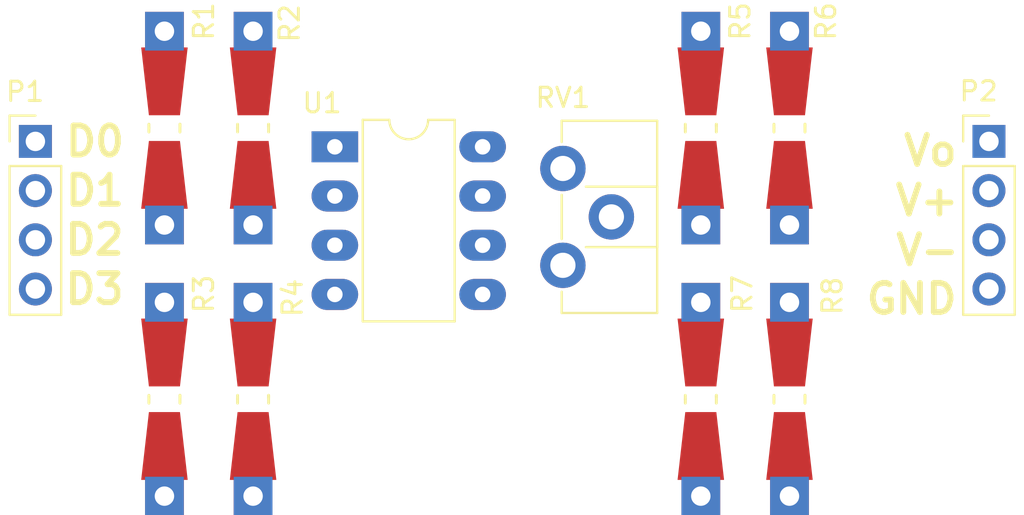
<source format=kicad_pcb>
(kicad_pcb (version 4) (host pcbnew 4.0.6)

  (general
    (links 37)
    (no_connects 37)
    (area 0 0 0 0)
    (thickness 1.6)
    (drawings 8)
    (tracks 0)
    (zones 0)
    (modules 12)
    (nets 14)
  )

  (page A4)
  (layers
    (0 F.Cu signal)
    (31 B.Cu signal)
    (32 B.Adhes user)
    (33 F.Adhes user)
    (34 B.Paste user)
    (35 F.Paste user)
    (36 B.SilkS user)
    (37 F.SilkS user)
    (38 B.Mask user)
    (39 F.Mask user)
    (40 Dwgs.User user)
    (41 Cmts.User user)
    (42 Eco1.User user)
    (43 Eco2.User user)
    (44 Edge.Cuts user)
    (45 Margin user)
    (46 B.CrtYd user)
    (47 F.CrtYd user)
    (48 B.Fab user)
    (49 F.Fab user)
  )

  (setup
    (last_trace_width 0.25)
    (trace_clearance 0.2)
    (zone_clearance 0.508)
    (zone_45_only no)
    (trace_min 0.2)
    (segment_width 0.2)
    (edge_width 0.1)
    (via_size 0.6)
    (via_drill 0.4)
    (via_min_size 0.4)
    (via_min_drill 0.3)
    (uvia_size 0.3)
    (uvia_drill 0.1)
    (uvias_allowed no)
    (uvia_min_size 0.2)
    (uvia_min_drill 0.1)
    (pcb_text_width 0.3)
    (pcb_text_size 1.5 1.5)
    (mod_edge_width 0.15)
    (mod_text_size 1 1)
    (mod_text_width 0.15)
    (pad_size 1.5 1.5)
    (pad_drill 0.6)
    (pad_to_mask_clearance 0)
    (aux_axis_origin 0 0)
    (visible_elements FFFFFF7F)
    (pcbplotparams
      (layerselection 0x00030_80000001)
      (usegerberextensions false)
      (excludeedgelayer true)
      (linewidth 0.100000)
      (plotframeref false)
      (viasonmask false)
      (mode 1)
      (useauxorigin false)
      (hpglpennumber 1)
      (hpglpenspeed 20)
      (hpglpendiameter 15)
      (hpglpenoverlay 2)
      (psnegative false)
      (psa4output false)
      (plotreference true)
      (plotvalue true)
      (plotinvisibletext false)
      (padsonsilk false)
      (subtractmaskfromsilk false)
      (outputformat 1)
      (mirror false)
      (drillshape 1)
      (scaleselection 1)
      (outputdirectory ""))
  )

  (net 0 "")
  (net 1 "Net-(P1-Pad1)")
  (net 2 "Net-(P1-Pad2)")
  (net 3 "Net-(P1-Pad3)")
  (net 4 "Net-(P1-Pad4)")
  (net 5 Vo)
  (net 6 V+)
  (net 7 V-)
  (net 8 Earth)
  (net 9 "Net-(R1-Pad1)")
  (net 10 "Net-(R2-Pad1)")
  (net 11 "Net-(RV1-Pad3)")
  (net 12 "Net-(RV1-Pad2)")
  (net 13 "Net-(RV1-Pad1)")

  (net_class Default "This is the default net class."
    (clearance 0.2)
    (trace_width 0.25)
    (via_dia 0.6)
    (via_drill 0.4)
    (uvia_dia 0.3)
    (uvia_drill 0.1)
    (add_net Earth)
    (add_net "Net-(P1-Pad1)")
    (add_net "Net-(P1-Pad2)")
    (add_net "Net-(P1-Pad3)")
    (add_net "Net-(P1-Pad4)")
    (add_net "Net-(R1-Pad1)")
    (add_net "Net-(R2-Pad1)")
    (add_net "Net-(RV1-Pad1)")
    (add_net "Net-(RV1-Pad2)")
    (add_net "Net-(RV1-Pad3)")
    (add_net V+)
    (add_net V-)
    (add_net Vo)
  )

  (module Pin_Headers:Pin_Header_Straight_1x04_Pitch2.54mm (layer F.Cu) (tedit 59659013) (tstamp 59658E1B)
    (at 109.5248 102.616)
    (descr "Through hole straight pin header, 1x04, 2.54mm pitch, single row")
    (tags "Through hole pin header THT 1x04 2.54mm single row")
    (path /5850C311)
    (fp_text reference P1 (at -0.5334 -2.5654) (layer F.SilkS)
      (effects (font (size 1 1) (thickness 0.15)))
    )
    (fp_text value CONN_01X04 (at 0 9.95) (layer F.Fab) hide
      (effects (font (size 1 1) (thickness 0.15)))
    )
    (fp_line (start -0.635 -1.27) (end 1.27 -1.27) (layer F.Fab) (width 0.1))
    (fp_line (start 1.27 -1.27) (end 1.27 8.89) (layer F.Fab) (width 0.1))
    (fp_line (start 1.27 8.89) (end -1.27 8.89) (layer F.Fab) (width 0.1))
    (fp_line (start -1.27 8.89) (end -1.27 -0.635) (layer F.Fab) (width 0.1))
    (fp_line (start -1.27 -0.635) (end -0.635 -1.27) (layer F.Fab) (width 0.1))
    (fp_line (start -1.33 8.95) (end 1.33 8.95) (layer F.SilkS) (width 0.12))
    (fp_line (start -1.33 1.27) (end -1.33 8.95) (layer F.SilkS) (width 0.12))
    (fp_line (start 1.33 1.27) (end 1.33 8.95) (layer F.SilkS) (width 0.12))
    (fp_line (start -1.33 1.27) (end 1.33 1.27) (layer F.SilkS) (width 0.12))
    (fp_line (start -1.33 0) (end -1.33 -1.33) (layer F.SilkS) (width 0.12))
    (fp_line (start -1.33 -1.33) (end 0 -1.33) (layer F.SilkS) (width 0.12))
    (fp_line (start -1.8 -1.8) (end -1.8 9.4) (layer F.CrtYd) (width 0.05))
    (fp_line (start -1.8 9.4) (end 1.8 9.4) (layer F.CrtYd) (width 0.05))
    (fp_line (start 1.8 9.4) (end 1.8 -1.8) (layer F.CrtYd) (width 0.05))
    (fp_line (start 1.8 -1.8) (end -1.8 -1.8) (layer F.CrtYd) (width 0.05))
    (fp_text user %R (at 0 3.81 90) (layer F.Fab)
      (effects (font (size 1 1) (thickness 0.15)))
    )
    (pad 1 thru_hole rect (at 0 0) (size 1.7 1.7) (drill 1) (layers *.Cu *.Mask)
      (net 1 "Net-(P1-Pad1)"))
    (pad 2 thru_hole oval (at 0 2.54) (size 1.7 1.7) (drill 1) (layers *.Cu *.Mask)
      (net 2 "Net-(P1-Pad2)"))
    (pad 3 thru_hole oval (at 0 5.08) (size 1.7 1.7) (drill 1) (layers *.Cu *.Mask)
      (net 3 "Net-(P1-Pad3)"))
    (pad 4 thru_hole oval (at 0 7.62) (size 1.7 1.7) (drill 1) (layers *.Cu *.Mask)
      (net 4 "Net-(P1-Pad4)"))
    (model ${KISYS3DMOD}/Pin_Headers.3dshapes/Pin_Header_Straight_1x04_Pitch2.54mm.wrl
      (at (xyz 0 0 0))
      (scale (xyz 1 1 1))
      (rotate (xyz 0 0 0))
    )
  )

  (module Pin_Headers:Pin_Header_Straight_1x04_Pitch2.54mm (layer F.Cu) (tedit 59659016) (tstamp 59658E23)
    (at 158.6992 102.616)
    (descr "Through hole straight pin header, 1x04, 2.54mm pitch, single row")
    (tags "Through hole pin header THT 1x04 2.54mm single row")
    (path /59658F33)
    (fp_text reference P2 (at -0.5334 -2.5908) (layer F.SilkS)
      (effects (font (size 1 1) (thickness 0.15)))
    )
    (fp_text value CONN_01X04 (at 2.8448 10.5664) (layer F.Fab) hide
      (effects (font (size 1 1) (thickness 0.15)))
    )
    (fp_line (start -0.635 -1.27) (end 1.27 -1.27) (layer F.Fab) (width 0.1))
    (fp_line (start 1.27 -1.27) (end 1.27 8.89) (layer F.Fab) (width 0.1))
    (fp_line (start 1.27 8.89) (end -1.27 8.89) (layer F.Fab) (width 0.1))
    (fp_line (start -1.27 8.89) (end -1.27 -0.635) (layer F.Fab) (width 0.1))
    (fp_line (start -1.27 -0.635) (end -0.635 -1.27) (layer F.Fab) (width 0.1))
    (fp_line (start -1.33 8.95) (end 1.33 8.95) (layer F.SilkS) (width 0.12))
    (fp_line (start -1.33 1.27) (end -1.33 8.95) (layer F.SilkS) (width 0.12))
    (fp_line (start 1.33 1.27) (end 1.33 8.95) (layer F.SilkS) (width 0.12))
    (fp_line (start -1.33 1.27) (end 1.33 1.27) (layer F.SilkS) (width 0.12))
    (fp_line (start -1.33 0) (end -1.33 -1.33) (layer F.SilkS) (width 0.12))
    (fp_line (start -1.33 -1.33) (end 0 -1.33) (layer F.SilkS) (width 0.12))
    (fp_line (start -1.8 -1.8) (end -1.8 9.4) (layer F.CrtYd) (width 0.05))
    (fp_line (start -1.8 9.4) (end 1.8 9.4) (layer F.CrtYd) (width 0.05))
    (fp_line (start 1.8 9.4) (end 1.8 -1.8) (layer F.CrtYd) (width 0.05))
    (fp_line (start 1.8 -1.8) (end -1.8 -1.8) (layer F.CrtYd) (width 0.05))
    (fp_text user %R (at 0 3.81 90) (layer F.Fab)
      (effects (font (size 1 1) (thickness 0.15)))
    )
    (pad 1 thru_hole rect (at 0 0) (size 1.7 1.7) (drill 1) (layers *.Cu *.Mask)
      (net 5 Vo))
    (pad 2 thru_hole oval (at 0 2.54) (size 1.7 1.7) (drill 1) (layers *.Cu *.Mask)
      (net 6 V+))
    (pad 3 thru_hole oval (at 0 5.08) (size 1.7 1.7) (drill 1) (layers *.Cu *.Mask)
      (net 7 V-))
    (pad 4 thru_hole oval (at 0 7.62) (size 1.7 1.7) (drill 1) (layers *.Cu *.Mask)
      (net 8 Earth))
    (model ${KISYS3DMOD}/Pin_Headers.3dshapes/Pin_Header_Straight_1x04_Pitch2.54mm.wrl
      (at (xyz 0 0 0))
      (scale (xyz 1 1 1))
      (rotate (xyz 0 0 0))
    )
  )

  (module Resistors_Universal:Resistor_SMD+THTuniversal_0805to1206_RM10_HandSoldering (layer F.Cu) (tedit 59658FF6) (tstamp 59658E2B)
    (at 116.1796 101.9302 270)
    (descr "Resistor, SMD and THT, universal, 0805 to 1206,RM10,  Hand soldering,")
    (tags "Resistor, SMD and THT, universal, 0805 to 1206, RM10, Hand soldering,")
    (path /59658C65)
    (fp_text reference R1 (at -5.5118 -2.032 270) (layer F.SilkS)
      (effects (font (size 1 1) (thickness 0.15)))
    )
    (fp_text value 20k (at -0.39878 4.20116 270) (layer F.Fab) hide
      (effects (font (size 1 1) (thickness 0.15)))
    )
    (fp_line (start 0 0.8001) (end 0.20066 0.8001) (layer F.SilkS) (width 0.15))
    (fp_line (start 0 0.8001) (end -0.20066 0.8001) (layer F.SilkS) (width 0.15))
    (fp_line (start -0.09906 -0.8001) (end -0.20066 -0.8001) (layer F.SilkS) (width 0.15))
    (fp_line (start -0.20066 -0.8001) (end 0.20066 -0.8001) (layer F.SilkS) (width 0.15))
    (pad 1 smd trapezoid (at -2.413 0 270) (size 3.50012 1.99898) (rect_delta 0.39878 0 ) (layers F.Cu F.Paste F.Mask)
      (net 9 "Net-(R1-Pad1)"))
    (pad 2 smd trapezoid (at 2.413 0 90) (size 3.50012 1.99898) (rect_delta 0.39878 0 ) (layers F.Cu F.Paste F.Mask)
      (net 1 "Net-(P1-Pad1)"))
    (pad 1 thru_hole rect (at -5.00126 0 90) (size 1.99898 1.99898) (drill 1.00076) (layers *.Cu *.Mask)
      (net 9 "Net-(R1-Pad1)"))
    (pad 2 thru_hole rect (at 5.00126 0 90) (size 1.99898 1.99898) (drill 1.00076) (layers *.Cu *.Mask)
      (net 1 "Net-(P1-Pad1)"))
  )

  (module Resistors_Universal:Resistor_SMD+THTuniversal_0805to1206_RM10_HandSoldering (layer F.Cu) (tedit 59658FFC) (tstamp 59658E33)
    (at 120.7516 101.9302 270)
    (descr "Resistor, SMD and THT, universal, 0805 to 1206,RM10,  Hand soldering,")
    (tags "Resistor, SMD and THT, universal, 0805 to 1206, RM10, Hand soldering,")
    (path /59658A26)
    (fp_text reference R2 (at -5.4102 -1.8796 270) (layer F.SilkS)
      (effects (font (size 1 1) (thickness 0.15)))
    )
    (fp_text value 10k (at -0.39878 4.20116 270) (layer F.Fab) hide
      (effects (font (size 1 1) (thickness 0.15)))
    )
    (fp_line (start 0 0.8001) (end 0.20066 0.8001) (layer F.SilkS) (width 0.15))
    (fp_line (start 0 0.8001) (end -0.20066 0.8001) (layer F.SilkS) (width 0.15))
    (fp_line (start -0.09906 -0.8001) (end -0.20066 -0.8001) (layer F.SilkS) (width 0.15))
    (fp_line (start -0.20066 -0.8001) (end 0.20066 -0.8001) (layer F.SilkS) (width 0.15))
    (pad 1 smd trapezoid (at -2.413 0 270) (size 3.50012 1.99898) (rect_delta 0.39878 0 ) (layers F.Cu F.Paste F.Mask)
      (net 10 "Net-(R2-Pad1)"))
    (pad 2 smd trapezoid (at 2.413 0 90) (size 3.50012 1.99898) (rect_delta 0.39878 0 ) (layers F.Cu F.Paste F.Mask)
      (net 4 "Net-(P1-Pad4)"))
    (pad 1 thru_hole rect (at -5.00126 0 90) (size 1.99898 1.99898) (drill 1.00076) (layers *.Cu *.Mask)
      (net 10 "Net-(R2-Pad1)"))
    (pad 2 thru_hole rect (at 5.00126 0 90) (size 1.99898 1.99898) (drill 1.00076) (layers *.Cu *.Mask)
      (net 4 "Net-(P1-Pad4)"))
  )

  (module Resistors_Universal:Resistor_SMD+THTuniversal_0805to1206_RM10_HandSoldering (layer F.Cu) (tedit 59658FFA) (tstamp 59658E3B)
    (at 116.1796 115.9256 270)
    (descr "Resistor, SMD and THT, universal, 0805 to 1206,RM10,  Hand soldering,")
    (tags "Resistor, SMD and THT, universal, 0805 to 1206, RM10, Hand soldering,")
    (path /5850C20E)
    (fp_text reference R3 (at -5.4356 -2.032 270) (layer F.SilkS)
      (effects (font (size 1 1) (thickness 0.15)))
    )
    (fp_text value 10k (at -0.39878 4.20116 270) (layer F.Fab) hide
      (effects (font (size 1 1) (thickness 0.15)))
    )
    (fp_line (start 0 0.8001) (end 0.20066 0.8001) (layer F.SilkS) (width 0.15))
    (fp_line (start 0 0.8001) (end -0.20066 0.8001) (layer F.SilkS) (width 0.15))
    (fp_line (start -0.09906 -0.8001) (end -0.20066 -0.8001) (layer F.SilkS) (width 0.15))
    (fp_line (start -0.20066 -0.8001) (end 0.20066 -0.8001) (layer F.SilkS) (width 0.15))
    (pad 1 smd trapezoid (at -2.413 0 270) (size 3.50012 1.99898) (rect_delta 0.39878 0 ) (layers F.Cu F.Paste F.Mask)
      (net 10 "Net-(R2-Pad1)"))
    (pad 2 smd trapezoid (at 2.413 0 90) (size 3.50012 1.99898) (rect_delta 0.39878 0 ) (layers F.Cu F.Paste F.Mask)
      (net 4 "Net-(P1-Pad4)"))
    (pad 1 thru_hole rect (at -5.00126 0 90) (size 1.99898 1.99898) (drill 1.00076) (layers *.Cu *.Mask)
      (net 10 "Net-(R2-Pad1)"))
    (pad 2 thru_hole rect (at 5.00126 0 90) (size 1.99898 1.99898) (drill 1.00076) (layers *.Cu *.Mask)
      (net 4 "Net-(P1-Pad4)"))
  )

  (module Resistors_Universal:Resistor_SMD+THTuniversal_0805to1206_RM10_HandSoldering (layer F.Cu) (tedit 59659000) (tstamp 59658E43)
    (at 120.7516 115.9256 270)
    (descr "Resistor, SMD and THT, universal, 0805 to 1206,RM10,  Hand soldering,")
    (tags "Resistor, SMD and THT, universal, 0805 to 1206, RM10, Hand soldering,")
    (path /59658B15)
    (fp_text reference R4 (at -5.2324 -2.032 270) (layer F.SilkS)
      (effects (font (size 1 1) (thickness 0.15)))
    )
    (fp_text value 10k (at -0.39878 4.20116 270) (layer F.Fab) hide
      (effects (font (size 1 1) (thickness 0.15)))
    )
    (fp_line (start 0 0.8001) (end 0.20066 0.8001) (layer F.SilkS) (width 0.15))
    (fp_line (start 0 0.8001) (end -0.20066 0.8001) (layer F.SilkS) (width 0.15))
    (fp_line (start -0.09906 -0.8001) (end -0.20066 -0.8001) (layer F.SilkS) (width 0.15))
    (fp_line (start -0.20066 -0.8001) (end 0.20066 -0.8001) (layer F.SilkS) (width 0.15))
    (pad 1 smd trapezoid (at -2.413 0 270) (size 3.50012 1.99898) (rect_delta 0.39878 0 ) (layers F.Cu F.Paste F.Mask)
      (net 10 "Net-(R2-Pad1)"))
    (pad 2 smd trapezoid (at 2.413 0 90) (size 3.50012 1.99898) (rect_delta 0.39878 0 ) (layers F.Cu F.Paste F.Mask)
      (net 3 "Net-(P1-Pad3)"))
    (pad 1 thru_hole rect (at -5.00126 0 90) (size 1.99898 1.99898) (drill 1.00076) (layers *.Cu *.Mask)
      (net 10 "Net-(R2-Pad1)"))
    (pad 2 thru_hole rect (at 5.00126 0 90) (size 1.99898 1.99898) (drill 1.00076) (layers *.Cu *.Mask)
      (net 3 "Net-(P1-Pad3)"))
  )

  (module Resistors_Universal:Resistor_SMD+THTuniversal_0805to1206_RM10_HandSoldering (layer F.Cu) (tedit 59659003) (tstamp 59658E4B)
    (at 143.8402 101.9302 270)
    (descr "Resistor, SMD and THT, universal, 0805 to 1206,RM10,  Hand soldering,")
    (tags "Resistor, SMD and THT, universal, 0805 to 1206, RM10, Hand soldering,")
    (path /5850C24B)
    (fp_text reference R5 (at -5.5118 -2.032 270) (layer F.SilkS)
      (effects (font (size 1 1) (thickness 0.15)))
    )
    (fp_text value 20k (at -0.39878 4.20116 270) (layer F.Fab) hide
      (effects (font (size 1 1) (thickness 0.15)))
    )
    (fp_line (start 0 0.8001) (end 0.20066 0.8001) (layer F.SilkS) (width 0.15))
    (fp_line (start 0 0.8001) (end -0.20066 0.8001) (layer F.SilkS) (width 0.15))
    (fp_line (start -0.09906 -0.8001) (end -0.20066 -0.8001) (layer F.SilkS) (width 0.15))
    (fp_line (start -0.20066 -0.8001) (end 0.20066 -0.8001) (layer F.SilkS) (width 0.15))
    (pad 1 smd trapezoid (at -2.413 0 270) (size 3.50012 1.99898) (rect_delta 0.39878 0 ) (layers F.Cu F.Paste F.Mask)
      (net 10 "Net-(R2-Pad1)"))
    (pad 2 smd trapezoid (at 2.413 0 90) (size 3.50012 1.99898) (rect_delta 0.39878 0 ) (layers F.Cu F.Paste F.Mask)
      (net 2 "Net-(P1-Pad2)"))
    (pad 1 thru_hole rect (at -5.00126 0 90) (size 1.99898 1.99898) (drill 1.00076) (layers *.Cu *.Mask)
      (net 10 "Net-(R2-Pad1)"))
    (pad 2 thru_hole rect (at 5.00126 0 90) (size 1.99898 1.99898) (drill 1.00076) (layers *.Cu *.Mask)
      (net 2 "Net-(P1-Pad2)"))
  )

  (module Resistors_Universal:Resistor_SMD+THTuniversal_0805to1206_RM10_HandSoldering (layer F.Cu) (tedit 59658FDA) (tstamp 59658E53)
    (at 148.4122 101.9302 270)
    (descr "Resistor, SMD and THT, universal, 0805 to 1206,RM10,  Hand soldering,")
    (tags "Resistor, SMD and THT, universal, 0805 to 1206, RM10, Hand soldering,")
    (path /59658B4F)
    (fp_text reference R6 (at -5.5118 -1.8796 270) (layer F.SilkS)
      (effects (font (size 1 1) (thickness 0.15)))
    )
    (fp_text value 20k (at -0.39878 4.20116 270) (layer F.Fab) hide
      (effects (font (size 1 1) (thickness 0.15)))
    )
    (fp_line (start 0 0.8001) (end 0.20066 0.8001) (layer F.SilkS) (width 0.15))
    (fp_line (start 0 0.8001) (end -0.20066 0.8001) (layer F.SilkS) (width 0.15))
    (fp_line (start -0.09906 -0.8001) (end -0.20066 -0.8001) (layer F.SilkS) (width 0.15))
    (fp_line (start -0.20066 -0.8001) (end 0.20066 -0.8001) (layer F.SilkS) (width 0.15))
    (pad 1 smd trapezoid (at -2.413 0 270) (size 3.50012 1.99898) (rect_delta 0.39878 0 ) (layers F.Cu F.Paste F.Mask)
      (net 10 "Net-(R2-Pad1)"))
    (pad 2 smd trapezoid (at 2.413 0 90) (size 3.50012 1.99898) (rect_delta 0.39878 0 ) (layers F.Cu F.Paste F.Mask)
      (net 9 "Net-(R1-Pad1)"))
    (pad 1 thru_hole rect (at -5.00126 0 90) (size 1.99898 1.99898) (drill 1.00076) (layers *.Cu *.Mask)
      (net 10 "Net-(R2-Pad1)"))
    (pad 2 thru_hole rect (at 5.00126 0 90) (size 1.99898 1.99898) (drill 1.00076) (layers *.Cu *.Mask)
      (net 9 "Net-(R1-Pad1)"))
  )

  (module Resistors_Universal:Resistor_SMD+THTuniversal_0805to1206_RM10_HandSoldering (layer F.Cu) (tedit 59659007) (tstamp 59658E5B)
    (at 143.8402 115.9256 270)
    (descr "Resistor, SMD and THT, universal, 0805 to 1206,RM10,  Hand soldering,")
    (tags "Resistor, SMD and THT, universal, 0805 to 1206, RM10, Hand soldering,")
    (path /59658983)
    (fp_text reference R7 (at -5.4356 -2.1336 270) (layer F.SilkS)
      (effects (font (size 1 1) (thickness 0.15)))
    )
    (fp_text value 16k (at -0.39878 4.20116 270) (layer F.Fab) hide
      (effects (font (size 1 1) (thickness 0.15)))
    )
    (fp_line (start 0 0.8001) (end 0.20066 0.8001) (layer F.SilkS) (width 0.15))
    (fp_line (start 0 0.8001) (end -0.20066 0.8001) (layer F.SilkS) (width 0.15))
    (fp_line (start -0.09906 -0.8001) (end -0.20066 -0.8001) (layer F.SilkS) (width 0.15))
    (fp_line (start -0.20066 -0.8001) (end 0.20066 -0.8001) (layer F.SilkS) (width 0.15))
    (pad 1 smd trapezoid (at -2.413 0 270) (size 3.50012 1.99898) (rect_delta 0.39878 0 ) (layers F.Cu F.Paste F.Mask)
      (net 5 Vo))
    (pad 2 smd trapezoid (at 2.413 0 90) (size 3.50012 1.99898) (rect_delta 0.39878 0 ) (layers F.Cu F.Paste F.Mask)
      (net 10 "Net-(R2-Pad1)"))
    (pad 1 thru_hole rect (at -5.00126 0 90) (size 1.99898 1.99898) (drill 1.00076) (layers *.Cu *.Mask)
      (net 5 Vo))
    (pad 2 thru_hole rect (at 5.00126 0 90) (size 1.99898 1.99898) (drill 1.00076) (layers *.Cu *.Mask)
      (net 10 "Net-(R2-Pad1)"))
  )

  (module Resistors_Universal:Resistor_SMD+THTuniversal_0805to1206_RM10_HandSoldering (layer F.Cu) (tedit 59658FB5) (tstamp 59658E63)
    (at 148.4122 115.9256 270)
    (descr "Resistor, SMD and THT, universal, 0805 to 1206,RM10,  Hand soldering,")
    (tags "Resistor, SMD and THT, universal, 0805 to 1206, RM10, Hand soldering,")
    (path /5850C1D3)
    (fp_text reference R8 (at -5.334 -2.2098 270) (layer F.SilkS)
      (effects (font (size 1 1) (thickness 0.15)))
    )
    (fp_text value 16k (at -3.1242 2.4892 270) (layer F.Fab) hide
      (effects (font (size 1 1) (thickness 0.15)))
    )
    (fp_line (start 0 0.8001) (end 0.20066 0.8001) (layer F.SilkS) (width 0.15))
    (fp_line (start 0 0.8001) (end -0.20066 0.8001) (layer F.SilkS) (width 0.15))
    (fp_line (start -0.09906 -0.8001) (end -0.20066 -0.8001) (layer F.SilkS) (width 0.15))
    (fp_line (start -0.20066 -0.8001) (end 0.20066 -0.8001) (layer F.SilkS) (width 0.15))
    (pad 1 smd trapezoid (at -2.413 0 270) (size 3.50012 1.99898) (rect_delta 0.39878 0 ) (layers F.Cu F.Paste F.Mask)
      (net 5 Vo))
    (pad 2 smd trapezoid (at 2.413 0 90) (size 3.50012 1.99898) (rect_delta 0.39878 0 ) (layers F.Cu F.Paste F.Mask)
      (net 10 "Net-(R2-Pad1)"))
    (pad 1 thru_hole rect (at -5.00126 0 90) (size 1.99898 1.99898) (drill 1.00076) (layers *.Cu *.Mask)
      (net 5 Vo))
    (pad 2 thru_hole rect (at 5.00126 0 90) (size 1.99898 1.99898) (drill 1.00076) (layers *.Cu *.Mask)
      (net 10 "Net-(R2-Pad1)"))
  )

  (module Potentiometers:Potentiometer_Trimmer_ACP_CA9h2.5_Vertical_Px2.5mm_Py5.0mm (layer F.Cu) (tedit 59658FC7) (tstamp 59658E6A)
    (at 136.7282 104.013)
    (descr "Potentiometer, vertically mounted, Omeg PC16PU, Omeg PC16PU, Omeg PC16PU, Vishay/Spectrol 248GJ/249GJ Single, Vishay/Spectrol 248GJ/249GJ Single, Vishay/Spectrol 248GJ/249GJ Single, Vishay/Spectrol 248GH/249GH Single, Vishay/Spectrol 148/149 Single, Vishay/Spectrol 148/149 Single, Vishay/Spectrol 148/149 Single, Vishay/Spectrol 148A/149A Single with mounting plates, Vishay/Spectrol 148/149 Double, Vishay/Spectrol 148A/149A Double with mounting plates, Piher PC-16 Single, Piher PC-16 Single, Piher PC-16 Single, Piher PC-16SV Single, Piher PC-16 Double, Piher PC-16 Triple, Piher T16H Single, Piher T16L Single, Piher T16H Double, Alps RK163 Single, Alps RK163 Double, Alps RK097 Single, Alps RK097 Double, Bourns PTV09A-2 Single with mounting sleve Single, Bourns PTV09A-1 with mounting sleve Single, Bourns PRS11S Single, Alps RK09K Single with mounting sleve Single, Alps RK09K with mounting sleve Single, Alps RK09L Single, Alps RK09L Single, Alps RK09L Double, Alps RK09L Double, Alps RK09Y Single, Bourns 3339S Single, Bourns 3339S Single, Bourns 3339P Single, Bourns 3339H Single, Vishay T7YA Single, Suntan TSR-3386H Single, Suntan TSR-3386H Single, Suntan TSR-3386P Single, Vishay T73XX Single, Vishay T73XX Single, Vishay T73YP Single, Piher PT-6h Single, Piher PT-6v Single, Piher PT-6v Single, Piher PT-10h2.5 Single, Piher PT-10h5 Single, Piher PT-101h3.8 Single, Piher PT-10v10 Single, Piher PT-10v10 Single, Piher PT-10v5 Single, Piher PT-15h5 Single, Piher PT-15h2.5 Single, Piher PT-15B Single, Piher PT-15hc5 Single, Piher PT-15v12.5 Single, Piher PT-15v12.5 Single, Piher PT-15v15 Single, Piher PT-15v15 Single, ACP CA6h Single, ACP CA6v Single, ACP CA6v Single, ACP CA6VSMD Single, ACP CA6VSMD Single, ACP CA9h2.5 Single, http://www.acptechnologies.com/wp-content/uploads/2016/12/ACP-CAT%C3%81LOGO-ENTERO-2016.pdf")
    (tags "Potentiometer vertical  Omeg PC16PU  Omeg PC16PU  Omeg PC16PU  Vishay/Spectrol 248GJ/249GJ Single  Vishay/Spectrol 248GJ/249GJ Single  Vishay/Spectrol 248GJ/249GJ Single  Vishay/Spectrol 248GH/249GH Single  Vishay/Spectrol 148/149 Single  Vishay/Spectrol 148/149 Single  Vishay/Spectrol 148/149 Single  Vishay/Spectrol 148A/149A Single with mounting plates  Vishay/Spectrol 148/149 Double  Vishay/Spectrol 148A/149A Double with mounting plates  Piher PC-16 Single  Piher PC-16 Single  Piher PC-16 Single  Piher PC-16SV Single  Piher PC-16 Double  Piher PC-16 Triple  Piher T16H Single  Piher T16L Single  Piher T16H Double  Alps RK163 Single  Alps RK163 Double  Alps RK097 Single  Alps RK097 Double  Bourns PTV09A-2 Single with mounting sleve Single  Bourns PTV09A-1 with mounting sleve Single  Bourns PRS11S Single  Alps RK09K Single with mounting sleve Single  Alps RK09K with mounting sleve Single  Alps RK09L Single  Alps RK09L Single  Alps RK09L Double  Alps RK09L Double  Alps RK09Y Single  Bourns 3339S Single  Bourns 3339S Single  Bourns 3339P Single  Bourns 3339H Single  Vishay T7YA Single  Suntan TSR-3386H Single  Suntan TSR-3386H Single  Suntan TSR-3386P Single  Vishay T73XX Single  Vishay T73XX Single  Vishay T73YP Single  Piher PT-6h Single  Piher PT-6v Single  Piher PT-6v Single  Piher PT-10h2.5 Single  Piher PT-10h5 Single  Piher PT-101h3.8 Single  Piher PT-10v10 Single  Piher PT-10v10 Single  Piher PT-10v5 Single  Piher PT-15h5 Single  Piher PT-15h2.5 Single  Piher PT-15B Single  Piher PT-15hc5 Single  Piher PT-15v12.5 Single  Piher PT-15v12.5 Single  Piher PT-15v15 Single  Piher PT-15v15 Single  ACP CA6h Single  ACP CA6v Single  ACP CA6v Single  ACP CA6VSMD Single  ACP CA6VSMD Single  ACP CA9h2.5 Single")
    (path /5965911A)
    (fp_text reference RV1 (at 0 -3.65) (layer F.SilkS)
      (effects (font (size 1 1) (thickness 0.15)))
    )
    (fp_text value POT (at 0 8.65) (layer F.Fab) hide
      (effects (font (size 1 1) (thickness 0.15)))
    )
    (fp_line (start 4.8 -2.4) (end 4.8 7.4) (layer F.Fab) (width 0.1))
    (fp_line (start 4.8 7.4) (end 0 7.4) (layer F.Fab) (width 0.1))
    (fp_line (start 0 7.4) (end 0 -2.4) (layer F.Fab) (width 0.1))
    (fp_line (start 0 -2.4) (end 4.8 -2.4) (layer F.Fab) (width 0.1))
    (fp_line (start 0 1) (end 0 4) (layer F.Fab) (width 0.1))
    (fp_line (start 0 4) (end 4.8 4) (layer F.Fab) (width 0.1))
    (fp_line (start 4.8 4) (end 4.8 1) (layer F.Fab) (width 0.1))
    (fp_line (start 4.8 1) (end 0 1) (layer F.Fab) (width 0.1))
    (fp_line (start -0.061 -2.461) (end 4.86 -2.461) (layer F.SilkS) (width 0.12))
    (fp_line (start -0.061 7.46) (end 4.86 7.46) (layer F.SilkS) (width 0.12))
    (fp_line (start 4.86 -2.461) (end 4.86 7.46) (layer F.SilkS) (width 0.12))
    (fp_line (start -0.061 6.365) (end -0.061 7.46) (layer F.SilkS) (width 0.12))
    (fp_line (start -0.061 -2.461) (end -0.061 -1.365) (layer F.SilkS) (width 0.12))
    (fp_line (start -0.061 1.365) (end -0.061 3.635) (layer F.SilkS) (width 0.12))
    (fp_line (start 1.185 0.94) (end 4.86 0.94) (layer F.SilkS) (width 0.12))
    (fp_line (start 1.185 4.061) (end 4.86 4.061) (layer F.SilkS) (width 0.12))
    (fp_line (start -0.061 1.365) (end -0.061 3.635) (layer F.SilkS) (width 0.12))
    (fp_line (start 4.86 0.94) (end 4.86 4.061) (layer F.SilkS) (width 0.12))
    (fp_line (start -1.45 -2.7) (end -1.45 7.65) (layer F.CrtYd) (width 0.05))
    (fp_line (start -1.45 7.65) (end 5.05 7.65) (layer F.CrtYd) (width 0.05))
    (fp_line (start 5.05 7.65) (end 5.05 -2.7) (layer F.CrtYd) (width 0.05))
    (fp_line (start 5.05 -2.7) (end -1.45 -2.7) (layer F.CrtYd) (width 0.05))
    (pad 3 thru_hole circle (at 0 5) (size 2.34 2.34) (drill 1.3) (layers *.Cu *.Mask)
      (net 11 "Net-(RV1-Pad3)"))
    (pad 2 thru_hole circle (at 2.5 2.5) (size 2.34 2.34) (drill 1.3) (layers *.Cu *.Mask)
      (net 12 "Net-(RV1-Pad2)"))
    (pad 1 thru_hole circle (at 0 0) (size 2.34 2.34) (drill 1.3) (layers *.Cu *.Mask)
      (net 13 "Net-(RV1-Pad1)"))
    (model Potentiometers.3dshapes/Potentiometer_Trimmer_ACP_CA9h2.5_Vertical_Px2.5mm_Py5.0mm.wrl
      (at (xyz 0 0 0))
      (scale (xyz 0.393701 0.393701 0.393701))
      (rotate (xyz 0 0 0))
    )
  )

  (module Housings_DIP:DIP-8_W7.62mm_LongPads (layer F.Cu) (tedit 59659020) (tstamp 59658E76)
    (at 124.968 102.8954)
    (descr "8-lead dip package, row spacing 7.62 mm (300 mils), LongPads")
    (tags "DIL DIP PDIP 2.54mm 7.62mm 300mil LongPads")
    (path /5850C12C)
    (fp_text reference U1 (at -0.6604 -2.2606) (layer F.SilkS)
      (effects (font (size 1 1) (thickness 0.15)))
    )
    (fp_text value LM741 (at 3.81 10.01) (layer F.Fab) hide
      (effects (font (size 1 1) (thickness 0.15)))
    )
    (fp_text user %R (at 3.81 3.81) (layer F.Fab)
      (effects (font (size 1 1) (thickness 0.15)))
    )
    (fp_line (start 1.635 -1.27) (end 6.985 -1.27) (layer F.Fab) (width 0.1))
    (fp_line (start 6.985 -1.27) (end 6.985 8.89) (layer F.Fab) (width 0.1))
    (fp_line (start 6.985 8.89) (end 0.635 8.89) (layer F.Fab) (width 0.1))
    (fp_line (start 0.635 8.89) (end 0.635 -0.27) (layer F.Fab) (width 0.1))
    (fp_line (start 0.635 -0.27) (end 1.635 -1.27) (layer F.Fab) (width 0.1))
    (fp_line (start 2.81 -1.39) (end 1.44 -1.39) (layer F.SilkS) (width 0.12))
    (fp_line (start 1.44 -1.39) (end 1.44 9.01) (layer F.SilkS) (width 0.12))
    (fp_line (start 1.44 9.01) (end 6.18 9.01) (layer F.SilkS) (width 0.12))
    (fp_line (start 6.18 9.01) (end 6.18 -1.39) (layer F.SilkS) (width 0.12))
    (fp_line (start 6.18 -1.39) (end 4.81 -1.39) (layer F.SilkS) (width 0.12))
    (fp_line (start -1.5 -1.6) (end -1.5 9.2) (layer F.CrtYd) (width 0.05))
    (fp_line (start -1.5 9.2) (end 9.1 9.2) (layer F.CrtYd) (width 0.05))
    (fp_line (start 9.1 9.2) (end 9.1 -1.6) (layer F.CrtYd) (width 0.05))
    (fp_line (start 9.1 -1.6) (end -1.5 -1.6) (layer F.CrtYd) (width 0.05))
    (fp_arc (start 3.81 -1.39) (end 2.81 -1.39) (angle -180) (layer F.SilkS) (width 0.12))
    (pad 1 thru_hole rect (at 0 0) (size 2.4 1.6) (drill 0.8) (layers *.Cu *.Mask)
      (net 12 "Net-(RV1-Pad2)"))
    (pad 5 thru_hole oval (at 7.62 7.62) (size 2.4 1.6) (drill 0.8) (layers *.Cu *.Mask)
      (net 11 "Net-(RV1-Pad3)"))
    (pad 2 thru_hole oval (at 0 2.54) (size 2.4 1.6) (drill 0.8) (layers *.Cu *.Mask)
      (net 10 "Net-(R2-Pad1)"))
    (pad 6 thru_hole oval (at 7.62 5.08) (size 2.4 1.6) (drill 0.8) (layers *.Cu *.Mask)
      (net 5 Vo))
    (pad 3 thru_hole oval (at 0 5.08) (size 2.4 1.6) (drill 0.8) (layers *.Cu *.Mask)
      (net 8 Earth))
    (pad 7 thru_hole oval (at 7.62 2.54) (size 2.4 1.6) (drill 0.8) (layers *.Cu *.Mask)
      (net 6 V+))
    (pad 4 thru_hole oval (at 0 7.62) (size 2.4 1.6) (drill 0.8) (layers *.Cu *.Mask)
      (net 7 V-))
    (pad 8 thru_hole oval (at 7.62 0) (size 2.4 1.6) (drill 0.8) (layers *.Cu *.Mask))
    (model ${KISYS3DMOD}/Housings_DIP.3dshapes/DIP-8_W7.62mm_LongPads.wrl
      (at (xyz 0 0 0))
      (scale (xyz 1 1 1))
      (rotate (xyz 0 0 0))
    )
  )

  (gr_text D3 (at 112.5728 110.236) (layer F.SilkS)
    (effects (font (size 1.5 1.5) (thickness 0.3)))
  )
  (gr_text D2 (at 112.5728 107.696) (layer F.SilkS)
    (effects (font (size 1.5 1.5) (thickness 0.3)))
  )
  (gr_text "D1\n" (at 112.5982 105.156) (layer F.SilkS)
    (effects (font (size 1.5 1.5) (thickness 0.3)))
  )
  (gr_text D0 (at 112.5982 102.616) (layer F.SilkS)
    (effects (font (size 1.5 1.5) (thickness 0.3)))
  )
  (gr_text GND (at 154.7114 110.744) (layer F.SilkS)
    (effects (font (size 1.5 1.5) (thickness 0.3)))
  )
  (gr_text V- (at 155.5242 108.2294) (layer F.SilkS)
    (effects (font (size 1.5 1.5) (thickness 0.3)))
  )
  (gr_text "V+\n" (at 155.4988 105.664) (layer F.SilkS)
    (effects (font (size 1.5 1.5) (thickness 0.3)))
  )
  (gr_text Vo (at 155.6766 103.0986) (layer F.SilkS)
    (effects (font (size 1.5 1.5) (thickness 0.3)))
  )

)

</source>
